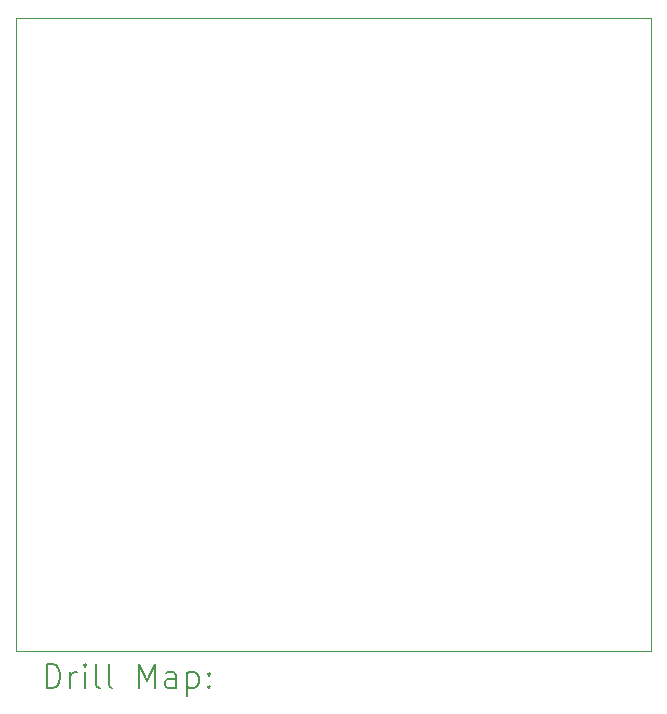
<source format=gbr>
%TF.GenerationSoftware,KiCad,Pcbnew,8.0.5*%
%TF.CreationDate,2025-03-07T15:27:17-05:00*%
%TF.ProjectId,TrainTrackerTest,54726169-6e54-4726-9163-6b6572546573,rev?*%
%TF.SameCoordinates,Original*%
%TF.FileFunction,Drillmap*%
%TF.FilePolarity,Positive*%
%FSLAX45Y45*%
G04 Gerber Fmt 4.5, Leading zero omitted, Abs format (unit mm)*
G04 Created by KiCad (PCBNEW 8.0.5) date 2025-03-07 15:27:17*
%MOMM*%
%LPD*%
G01*
G04 APERTURE LIST*
%ADD10C,0.050000*%
%ADD11C,0.200000*%
G04 APERTURE END LIST*
D10*
X6787000Y-5136000D02*
X12162000Y-5136000D01*
X12162000Y-10497820D01*
X6787000Y-10497820D01*
X6787000Y-5136000D01*
D11*
X7045277Y-10811804D02*
X7045277Y-10611804D01*
X7045277Y-10611804D02*
X7092896Y-10611804D01*
X7092896Y-10611804D02*
X7121467Y-10621328D01*
X7121467Y-10621328D02*
X7140515Y-10640375D01*
X7140515Y-10640375D02*
X7150039Y-10659423D01*
X7150039Y-10659423D02*
X7159562Y-10697518D01*
X7159562Y-10697518D02*
X7159562Y-10726090D01*
X7159562Y-10726090D02*
X7150039Y-10764185D01*
X7150039Y-10764185D02*
X7140515Y-10783232D01*
X7140515Y-10783232D02*
X7121467Y-10802280D01*
X7121467Y-10802280D02*
X7092896Y-10811804D01*
X7092896Y-10811804D02*
X7045277Y-10811804D01*
X7245277Y-10811804D02*
X7245277Y-10678470D01*
X7245277Y-10716566D02*
X7254801Y-10697518D01*
X7254801Y-10697518D02*
X7264324Y-10687994D01*
X7264324Y-10687994D02*
X7283372Y-10678470D01*
X7283372Y-10678470D02*
X7302420Y-10678470D01*
X7369086Y-10811804D02*
X7369086Y-10678470D01*
X7369086Y-10611804D02*
X7359562Y-10621328D01*
X7359562Y-10621328D02*
X7369086Y-10630851D01*
X7369086Y-10630851D02*
X7378610Y-10621328D01*
X7378610Y-10621328D02*
X7369086Y-10611804D01*
X7369086Y-10611804D02*
X7369086Y-10630851D01*
X7492896Y-10811804D02*
X7473848Y-10802280D01*
X7473848Y-10802280D02*
X7464324Y-10783232D01*
X7464324Y-10783232D02*
X7464324Y-10611804D01*
X7597658Y-10811804D02*
X7578610Y-10802280D01*
X7578610Y-10802280D02*
X7569086Y-10783232D01*
X7569086Y-10783232D02*
X7569086Y-10611804D01*
X7826229Y-10811804D02*
X7826229Y-10611804D01*
X7826229Y-10611804D02*
X7892896Y-10754661D01*
X7892896Y-10754661D02*
X7959562Y-10611804D01*
X7959562Y-10611804D02*
X7959562Y-10811804D01*
X8140515Y-10811804D02*
X8140515Y-10707042D01*
X8140515Y-10707042D02*
X8130991Y-10687994D01*
X8130991Y-10687994D02*
X8111943Y-10678470D01*
X8111943Y-10678470D02*
X8073848Y-10678470D01*
X8073848Y-10678470D02*
X8054801Y-10687994D01*
X8140515Y-10802280D02*
X8121467Y-10811804D01*
X8121467Y-10811804D02*
X8073848Y-10811804D01*
X8073848Y-10811804D02*
X8054801Y-10802280D01*
X8054801Y-10802280D02*
X8045277Y-10783232D01*
X8045277Y-10783232D02*
X8045277Y-10764185D01*
X8045277Y-10764185D02*
X8054801Y-10745137D01*
X8054801Y-10745137D02*
X8073848Y-10735613D01*
X8073848Y-10735613D02*
X8121467Y-10735613D01*
X8121467Y-10735613D02*
X8140515Y-10726090D01*
X8235753Y-10678470D02*
X8235753Y-10878470D01*
X8235753Y-10687994D02*
X8254801Y-10678470D01*
X8254801Y-10678470D02*
X8292896Y-10678470D01*
X8292896Y-10678470D02*
X8311943Y-10687994D01*
X8311943Y-10687994D02*
X8321467Y-10697518D01*
X8321467Y-10697518D02*
X8330991Y-10716566D01*
X8330991Y-10716566D02*
X8330991Y-10773709D01*
X8330991Y-10773709D02*
X8321467Y-10792756D01*
X8321467Y-10792756D02*
X8311943Y-10802280D01*
X8311943Y-10802280D02*
X8292896Y-10811804D01*
X8292896Y-10811804D02*
X8254801Y-10811804D01*
X8254801Y-10811804D02*
X8235753Y-10802280D01*
X8416705Y-10792756D02*
X8426229Y-10802280D01*
X8426229Y-10802280D02*
X8416705Y-10811804D01*
X8416705Y-10811804D02*
X8407182Y-10802280D01*
X8407182Y-10802280D02*
X8416705Y-10792756D01*
X8416705Y-10792756D02*
X8416705Y-10811804D01*
X8416705Y-10687994D02*
X8426229Y-10697518D01*
X8426229Y-10697518D02*
X8416705Y-10707042D01*
X8416705Y-10707042D02*
X8407182Y-10697518D01*
X8407182Y-10697518D02*
X8416705Y-10687994D01*
X8416705Y-10687994D02*
X8416705Y-10707042D01*
M02*

</source>
